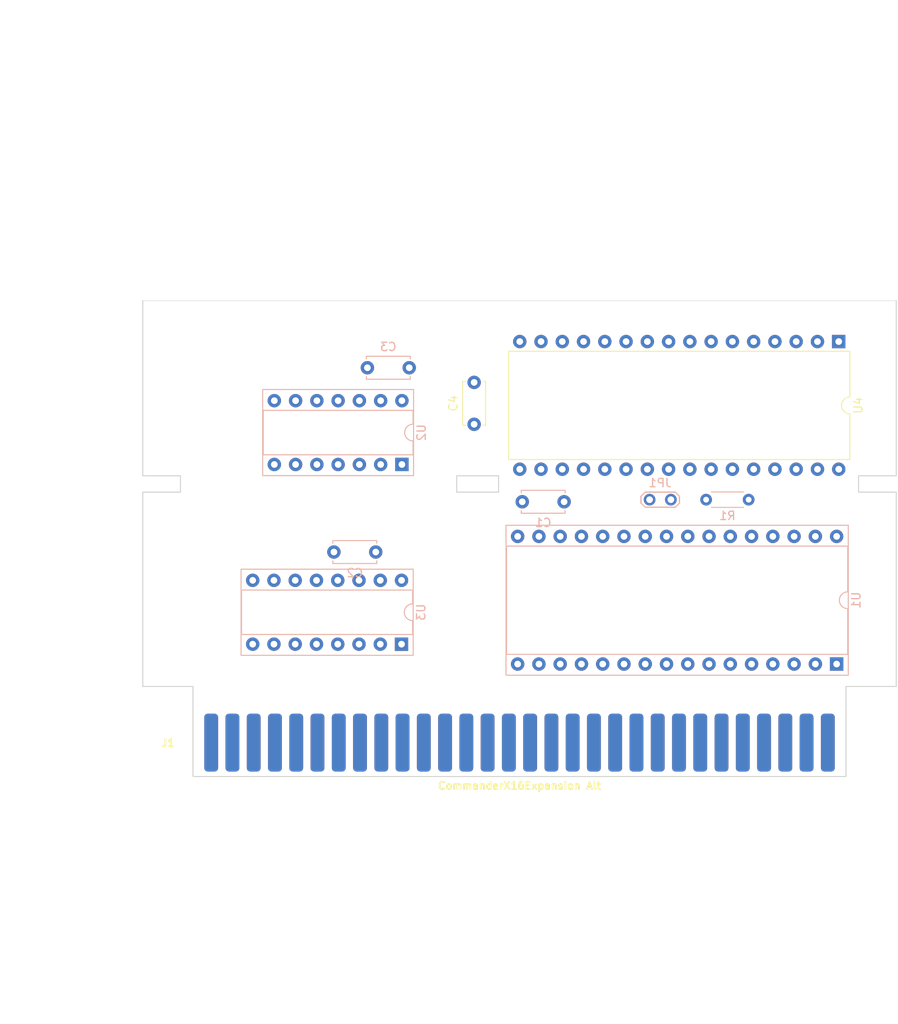
<source format=kicad_pcb>
(kicad_pcb (version 20240108) (generator "pcbnew") (generator_version "8.0")
  (layers (0 "F.Cu" signal) (31 "B.Cu" signal) (34 "B.Paste" user) (35 "F.Paste" user) (36 "B.SilkS" user "B.Silkscreen") (37 "F.SilkS" user "F.Silkscreen") (38 "B.Mask" user) (39 "F.Mask" user) (44 "Edge.Cuts" user))
  (net 0 "")
  (net 1 "Net-(J1-A10)")
  (net 2 "GND")
  (net 4 "Net-(J1--12V-Pad1)")
  (net 5 "Net-(J1-A8)")
  (net 6 "Net-(J1-ROMB6)")
  (net 7 "Net-(J1-D0)")
  (net 9 "+5V")
  (net 10 "Net-(J1-D6)")
  (net 11 "Net-(J1-A6)")
  (net 12 "Net-(J1-A11)")
  (net 13 "Net-(J1-A2)")
  (net 15 "Net-(J1-A1)")
  (net 18 "Net-(J1-D2)")
  (net 19 "Net-(J1-A15)")
  (net 22 "Net-(J1-A9)")
  (net 23 "Net-(J1-A14)")
  (net 25 "Net-(J1-D5)")
  (net 28 "Net-(J1-+12V-Pad2)")
  (net 29 "Net-(J1-ROMB7)")
  (net 30 "Net-(J1-D7)")
  (net 32 "Net-(J1-ROMB5)")
  (net 33 "Net-(J1-D3)")
  (net 36 "Net-(J1-A7)")
  (net 39 "Net-(J1-A4)")
  (net 40 "Net-(J1-D1)")
  (net 41 "Net-(J1-A13)")
  (net 42 "Net-(J1-A3)")
  (net 43 "Net-(J1-D4)")
  (net 44 "Net-(J1-A12)")
  (net 45 "Net-(J1-A0)")
  (net 46 "Net-(J1-A5)")
  (net 48 "Net-(JP1-B)")
  (net 49 "Net-(J1-PHI2)")
  (net 50 "Net-(J1-RWB)")
  (net 51 "Net-(U2-Pad3)")
  (net 52 "Net-(J1-ROMB4)")
  (net 53 "Net-(J1-ROMB0)")
  (net 54 "Net-(J1-ROMB3)")
  (net 55 "Net-(J1-ROMB1)")
  (net 56 "Net-(J1-ROMB2)")
  (net 57 "!MEMWE")
  (net 58 "!ROMBEN")
  (net 59 "!MEMOE")
  (net 60 "!ROMEN")
  (footprint "Capacitor_THT:C_Disc_D5.0mm_W2.5mm_P5.00mm" (layer "F.Cu") (at 87 92.75 90)
    (property "Reference" "C4" (at 2.5 -2.5 90) (layer "F.SilkS"))
    (property "Value" "C")
    (fp_line (start 5.12 -1.37) (end 5.12 -1.055) (stroke (width 0.12)) (layer "F.SilkS"))
    (fp_line (start -0.12 -1.37) (end 5.12 -1.37) (stroke (width 0.12)) (layer "F.SilkS"))
    (fp_line (start -0.12 -1.37) (end -0.12 -1.055) (stroke (width 0.12)) (layer "F.SilkS"))
    (fp_line (start 5.12 1.055) (end 5.12 1.37) (stroke (width 0.12)) (layer "F.SilkS"))
    (fp_line (start -0.12 1.055) (end -0.12 1.37) (stroke (width 0.12)) (layer "F.SilkS"))
    (fp_line (start -0.12 1.37) (end 5.12 1.37) (stroke (width 0.12)) (layer "F.SilkS"))
    (pad "1" thru_hole circle (at 0 0 90) (size 1.6 1.6) (drill 0.8) (layers "*.Cu" "*.Mask") (net 2 "GND"))
    (pad "2" thru_hole circle (at 5 0 90) (size 1.6 1.6) (drill 0.8) (layers "*.Cu" "*.Mask") (net 9 "+5V"))
  )
  (footprint "Package_DIP:DIP-32_W15.24mm" (layer "F.Cu") (at 130.55 82.875 -90)
    (property "Reference" "U4" (at 7.62 -2.33 90) (layer "F.SilkS"))
    (property "Value" "AS6C4008-55PCN")
    (fp_line (start 1.16 39.43) (end 14.08 39.43) (stroke (width 0.12)) (layer "F.SilkS"))
    (fp_line (start 14.08 39.43) (end 14.08 -1.33) (stroke (width 0.12)) (layer "F.SilkS"))
    (fp_line (start 1.16 -1.33) (end 1.16 39.43) (stroke (width 0.12)) (layer "F.SilkS"))
    (fp_line (start 6.62 -1.33) (end 1.16 -1.33) (stroke (width 0.12)) (layer "F.SilkS"))
    (fp_line (start 14.08 -1.33) (end 8.62 -1.33) (stroke (width 0.12)) (layer "F.SilkS"))
    (fp_arc (start 8.62 -1.33) (mid 7.62 -0.33) (end 6.62 -1.33) (stroke (width 0.12)) (layer "F.SilkS"))
    (pad "1" thru_hole rect (at 0 0 270) (size 1.6 1.6) (drill 0.8) (layers "*.Cu" "*.Mask"))
    (pad "2" thru_hole oval (at 0 2.54 270) (size 1.6 1.6) (drill 0.8) (layers "*.Cu" "*.Mask"))
    (pad "3" thru_hole oval (at 0 5.08 270) (size 1.6 1.6) (drill 0.8) (layers "*.Cu" "*.Mask"))
    (pad "4" thru_hole oval (at 0 7.62 270) (size 1.6 1.6) (drill 0.8) (layers "*.Cu" "*.Mask"))
    (pad "5" thru_hole oval (at 0 10.16 270) (size 1.6 1.6) (drill 0.8) (layers "*.Cu" "*.Mask"))
    (pad "6" thru_hole oval (at 0 12.7 270) (size 1.6 1.6) (drill 0.8) (layers "*.Cu" "*.Mask"))
    (pad "7" thru_hole oval (at 0 15.24 270) (size 1.6 1.6) (drill 0.8) (layers "*.Cu" "*.Mask"))
    (pad "8" thru_hole oval (at 0 17.78 270) (size 1.6 1.6) (drill 0.8) (layers "*.Cu" "*.Mask"))
    (pad "9" thru_hole oval (at 0 20.32 270) (size 1.6 1.6) (drill 0.8) (layers "*.Cu" "*.Mask"))
    (pad "10" thru_hole oval (at 0 22.86 270) (size 1.6 1.6) (drill 0.8) (layers "*.Cu" "*.Mask"))
    (pad "11" thru_hole oval (at 0 25.4 270) (size 1.6 1.6) (drill 0.8) (layers "*.Cu" "*.Mask"))
    (pad "12" thru_hole oval (at 0 27.94 270) (size 1.6 1.6) (drill 0.8) (layers "*.Cu" "*.Mask"))
    (pad "13" thru_hole oval (at 0 30.48 270) (size 1.6 1.6) (drill 0.8) (layers "*.Cu" "*.Mask"))
    (pad "14" thru_hole oval (at 0 33.02 270) (size 1.6 1.6) (drill 0.8) (layers "*.Cu" "*.Mask"))
    (pad "15" thru_hole oval (at 0 35.56 270) (size 1.6 1.6) (drill 0.8) (layers "*.Cu" "*.Mask"))
    (pad "16" thru_hole oval (at 0 38.1 270) (size 1.6 1.6) (drill 0.8) (layers "*.Cu" "*.Mask"))
    (pad "17" thru_hole oval (at 15.24 38.1 270) (size 1.6 1.6) (drill 0.8) (layers "*.Cu" "*.Mask"))
    (pad "18" thru_hole oval (at 15.24 35.56 270) (size 1.6 1.6) (drill 0.8) (layers "*.Cu" "*.Mask"))
    (pad "19" thru_hole oval (at 15.24 33.02 270) (size 1.6 1.6) (drill 0.8) (layers "*.Cu" "*.Mask"))
    (pad "20" thru_hole oval (at 15.24 30.48 270) (size 1.6 1.6) (drill 0.8) (layers "*.Cu" "*.Mask"))
    (pad "21" thru_hole oval (at 15.24 27.94 270) (size 1.6 1.6) (drill 0.8) (layers "*.Cu" "*.Mask"))
    (pad "22" thru_hole oval (at 15.24 25.4 270) (size 1.6 1.6) (drill 0.8) (layers "*.Cu" "*.Mask"))
    (pad "23" thru_hole oval (at 15.24 22.86 270) (size 1.6 1.6) (drill 0.8) (layers "*.Cu" "*.Mask"))
    (pad "24" thru_hole oval (at 15.24 20.32 270) (size 1.6 1.6) (drill 0.8) (layers "*.Cu" "*.Mask"))
    (pad "25" thru_hole oval (at 15.24 17.78 270) (size 1.6 1.6) (drill 0.8) (layers "*.Cu" "*.Mask"))
    (pad "26" thru_hole oval (at 15.24 15.24 270) (size 1.6 1.6) (drill 0.8) (layers "*.Cu" "*.Mask"))
    (pad "27" thru_hole oval (at 15.24 12.7 270) (size 1.6 1.6) (drill 0.8) (layers "*.Cu" "*.Mask"))
    (pad "28" thru_hole oval (at 15.24 10.16 270) (size 1.6 1.6) (drill 0.8) (layers "*.Cu" "*.Mask"))
    (pad "29" thru_hole oval (at 15.24 7.62 270) (size 1.6 1.6) (drill 0.8) (layers "*.Cu" "*.Mask"))
    (pad "30" thru_hole oval (at 15.24 5.08 270) (size 1.6 1.6) (drill 0.8) (layers "*.Cu" "*.Mask"))
    (pad "31" thru_hole oval (at 15.24 2.54 270) (size 1.6 1.6) (drill 0.8) (layers "*.Cu" "*.Mask"))
    (pad "32" thru_hole oval (at 15.24 0 270) (size 1.6 1.6) (drill 0.8) (layers "*.Cu" "*.Mask") (net 9 "+5V"))
  )
  (footprint "CommanderX16Expansion:CommanderX16Cartridge" (layer "F.Cu") (at 92.42 130.8)
    (property "Reference" "J1" (at -42 0 0) (layer "F.SilkS") (effects (font (size 0.889 0.889) (thickness 0.22225))))
    (property "Value" "CommanderX16Expansion Alt" (at 0 5.1 0) (layer "F.SilkS") (effects (font (size 0.889 0.889) (thickness 0.2) (bold yes))))
    (fp_line (start -45 -52.8) (end -45 -31.9) (stroke (width 0.12)) (layer "Edge.Cuts"))
    (fp_line (start -45 -31.9) (end -40.5 -31.9) (stroke (width 0.12)) (layer "Edge.Cuts"))
    (fp_line (start -45 -29.95) (end -40.5 -29.95) (stroke (width 0.12)) (layer "Edge.Cuts"))
    (fp_line (start -45 -6.75) (end -45 -29.95) (stroke (width 0.12)) (layer "Edge.Cuts"))
    (fp_line (start -40.5 -31.9) (end -40.5 -29.95) (stroke (width 0.12)) (layer "Edge.Cuts"))
    (fp_line (start -39 -6.75) (end -45 -6.75) (stroke (width 0.12)) (layer "Edge.Cuts"))
    (fp_line (start -39 -6.75) (end -39 4) (stroke (width 0.12)) (layer "Edge.Cuts"))
    (fp_line (start -39 4) (end 39 4) (stroke (width 0.12)) (layer "Edge.Cuts"))
    (fp_line (start -7.5 -31.9) (end -7.5 -29.95) (stroke (width 0.12)) (layer "Edge.Cuts"))
    (fp_line (start -7.5 -31.9) (end -2.5 -31.9) (stroke (width 0.12)) (layer "Edge.Cuts"))
    (fp_line (start -2.5 -31.9) (end -2.5 -29.95) (stroke (width 0.12)) (layer "Edge.Cuts"))
    (fp_line (start -2.5 -29.95) (end -7.5 -29.95) (stroke (width 0.12)) (layer "Edge.Cuts"))
    (fp_line (start 39 -6.75) (end 45 -6.75) (stroke (width 0.12)) (layer "Edge.Cuts"))
    (fp_line (start 39 4) (end 39 -6.75) (stroke (width 0.12)) (layer "Edge.Cuts"))
    (fp_line (start 40.5 -31.9) (end 40.5 -29.95) (stroke (width 0.12)) (layer "Edge.Cuts"))
    (fp_line (start 40.5 -31.9) (end 45 -31.9) (stroke (width 0.12)) (layer "Edge.Cuts"))
    (fp_line (start 40.5 -29.95) (end 45 -29.95) (stroke (width 0.12)) (layer "Edge.Cuts"))
    (fp_line (start 45 -52.8) (end 45 -31.9) (stroke (width 0.12)) (layer "Edge.Cuts"))
    (fp_line (start 45 -6.75) (end 45 -29.95) (stroke (width 0.12)) (layer "Edge.Cuts"))
    (pad "1" connect roundrect (at -36.83 -0.05) (size 1.651 6.9) (layers "F.Cu" "F.Mask") (net 4 "Net-(J1--12V-Pad1)"))
    (pad "2" connect roundrect (at -36.83 -0.05 180) (size 1.651 6.9) (layers "B.Cu" "B.Mask") (net 28 "Net-(J1-+12V-Pad2)"))
    (pad "3" connect roundrect (at -34.29 -0.05) (size 1.651 6.9) (layers "F.Cu" "F.Mask") (net 2 "GND"))
    (pad "4" connect roundrect (at -34.29 -0.05 180) (size 1.651 6.9) (layers "B.Cu" "B.Mask") (net 9 "+5V"))
    (pad "5" connect roundrect (at -31.75 -0.05) (size 1.651 6.9) (layers "F.Cu" "F.Mask"))
    (pad "6" connect roundrect (at -31.75 -0.05 180) (size 1.651 6.9) (layers "B.Cu" "B.Mask") (net 2 "GND"))
    (pad "7" connect roundrect (at -29.21 -0.05) (size 1.651 6.9) (layers "F.Cu" "F.Mask"))
    (pad "8" connect roundrect (at -29.21 -0.05 180) (size 1.651 6.9) (layers "B.Cu" "B.Mask") (net 29 "Net-(J1-ROMB7)"))
    (pad "9" connect roundrect (at -26.67 -0.05) (size 1.651 6.9) (layers "F.Cu" "F.Mask"))
    (pad "10" connect roundrect (at -26.67 -0.05 180) (size 1.651 6.9) (layers "B.Cu" "B.Mask") (net 53 "Net-(J1-ROMB0)"))
    (pad "11" connect roundrect (at -24.13 -0.05) (size 1.651 6.9) (layers "F.Cu" "F.Mask"))
    (pad "12" connect roundrect (at -24.13 -0.05 180) (size 1.651 6.9) (layers "B.Cu" "B.Mask") (net 55 "Net-(J1-ROMB1)"))
    (pad "13" connect roundrect (at -21.59 -0.05) (size 1.651 6.9) (layers "F.Cu" "F.Mask"))
    (pad "14" connect roundrect (at -21.59 -0.05 180) (size 1.651 6.9) (layers "B.Cu" "B.Mask") (net 6 "Net-(J1-ROMB6)"))
    (pad "15" connect roundrect (at -19.05 -0.05) (size 1.651 6.9) (layers "F.Cu" "F.Mask"))
    (pad "16" connect roundrect (at -19.05 -0.05 180) (size 1.651 6.9) (layers "B.Cu" "B.Mask") (net 56 "Net-(J1-ROMB2)"))
    (pad "17" connect roundrect (at -16.51 -0.05) (size 1.651 6.9) (layers "F.Cu" "F.Mask"))
    (pad "18" connect roundrect (at -16.51 -0.05 180) (size 1.651 6.9) (layers "B.Cu" "B.Mask") (net 32 "Net-(J1-ROMB5)"))
    (pad "19" connect roundrect (at -13.97 -0.05) (size 1.651 6.9) (layers "F.Cu" "F.Mask"))
    (pad "20" connect roundrect (at -13.97 -0.05 180) (size 1.651 6.9) (layers "B.Cu" "B.Mask") (net 54 "Net-(J1-ROMB3)"))
    (pad "21" connect roundrect (at -11.43 -0.05) (size 1.651 6.9) (layers "F.Cu" "F.Mask"))
    (pad "22" connect roundrect (at -11.43 -0.05 180) (size 1.651 6.9) (layers "B.Cu" "B.Mask") (net 52 "Net-(J1-ROMB4)"))
    (pad "23" connect roundrect (at -8.89 -0.05) (size 1.651 6.9) (layers "F.Cu" "F.Mask"))
    (pad "24" connect roundrect (at -8.89 -0.05 180) (size 1.651 6.9) (layers "B.Cu" "B.Mask") (net 49 "Net-(J1-PHI2)"))
    (pad "25" connect roundrect (at -6.35 -0.05) (size 1.651 6.9) (layers "F.Cu" "F.Mask"))
    (pad "26" connect roundrect (at -6.35 -0.05 180) (size 1.651 6.9) (layers "B.Cu" "B.Mask") (net 50 "Net-(J1-RWB)"))
    (pad "27" connect roundrect (at -3.81 -0.05) (size 1.651 6.9) (layers "F.Cu" "F.Mask"))
    (pad "28" connect roundrect (at -3.81 -0.05 180) (size 1.651 6.9) (layers "B.Cu" "B.Mask"))
    (pad "29" connect roundrect (at -1.27 -0.05) (size 1.651 6.9) (layers "F.Cu" "F.Mask"))
    (pad "30" connect roundrect (at -1.27 -0.05 180) (size 1.651 6.9) (layers "B.Cu" "B.Mask") (net 7 "Net-(J1-D0)"))
    (pad "31" connect roundrect (at 1.27 -0.05) (size 1.651 6.9) (layers "F.Cu" "F.Mask") (net 45 "Net-(J1-A0)"))
    (pad "32" connect roundrect (at 1.27 -0.05 180) (size 1.651 6.9) (layers "B.Cu" "B.Mask") (net 40 "Net-(J1-D1)"))
    (pad "33" connect roundrect (at 3.81 -0.05) (size 1.651 6.9) (layers "F.Cu" "F.Mask") (net 15 "Net-(J1-A1)"))
    (pad "34" connect roundrect (at 3.81 -0.05 180) (size 1.651 6.9) (layers "B.Cu" "B.Mask") (net 18 "Net-(J1-D2)"))
    (pad "35" connect roundrect (at 6.35 -0.05) (size 1.651 6.9) (layers "F.Cu" "F.Mask") (net 13 "Net-(J1-A2)"))
    (pad "36" connect roundrect (at 6.35 -0.05 180) (size 1.651 6.9) (layers "B.Cu" "B.Mask") (net 33 "Net-(J1-D3)"))
    (pad "37" connect roundrect (at 8.89 -0.05) (size 1.651 6.9) (layers "F.Cu" "F.Mask") (net 42 "Net-(J1-A3)"))
    (pad "38" connect roundrect (at 8.89 -0.05 180) (size 1.651 6.9) (layers "B.Cu" "B.Mask") (net 43 "Net-(J1-D4)"))
    (pad "39" connect roundrect (at 11.43 -0.05) (size 1.651 6.9) (layers "F.Cu" "F.Mask") (net 39 "Net-(J1-A4)"))
    (pad "40" connect roundrect (at 11.43 -0.05 180) (size 1.651 6.9) (layers "B.Cu" "B.Mask") (net 25 "Net-(J1-D5)"))
    (pad "41" connect roundrect (at 13.97 -0.05) (size 1.651 6.9) (layers "F.Cu" "F.Mask") (net 46 "Net-(J1-A5)"))
    (pad "42" connect roundrect (at 13.97 -0.05 180) (size 1.651 6.9) (layers "B.Cu" "B.Mask") (net 10 "Net-(J1-D6)"))
    (pad "43" connect roundrect (at 16.51 -0.05) (size 1.651 6.9) (layers "F.Cu" "F.Mask") (net 11 "Net-(J1-A6)"))
    (pad "44" connect roundrect (at 16.51 -0.05 180) (size 1.651 6.9) (layers "B.Cu" "B.Mask") (net 30 "Net-(J1-D7)"))
    (pad "45" connect roundrect (at 19.05 -0.05) (size 1.651 6.9) (layers "F.Cu" "F.Mask") (net 36 "Net-(J1-A7)"))
    (pad "46" connect roundrect (at 19.05 -0.05 180) (size 1.651 6.9) (layers "B.Cu" "B.Mask") (net 19 "Net-(J1-A15)"))
    (pad "47" connect roundrect (at 21.59 -0.05) (size 1.651 6.9) (layers "F.Cu" "F.Mask") (net 5 "Net-(J1-A8)"))
    (pad "48" connect roundrect (at 21.59 -0.05 180) (size 1.651 6.9) (layers "B.Cu" "B.Mask") (net 23 "Net-(J1-A14)"))
    (pad "49" connect roundrect (at 24.13 -0.05) (size 1.651 6.9) (layers "F.Cu" "F.Mask") (net 22 "Net-(J1-A9)"))
    (pad "50" connect roundrect (at 24.13 -0.05 180) (size 1.651 6.9) (layers "B.Cu" "B.Mask") (net 41 "Net-(J1-A13)"))
    (pad "51" connect roundrect (at 26.67 -0.05) (size 1.651 6.9) (layers "F.Cu" "F.Mask") (net 1 "Net-(J1-A10)"))
    (pad "52" connect roundrect (at 26.67 -0.05 180) (size 1.651 6.9) (layers "B.Cu" "B.Mask") (net 44 "Net-(J1-A12)"))
    (pad "53" connect roundrect (at 29.21 -0.05) (size 1.651 6.9) (layers "F.Cu" "F.Mask") (net 12 "Net-(J1-A11)"))
    (pad "54" connect roundrect (at 29.21 -0.05 180) (size 1.651 6.9) (layers "B.Cu" "B.Mask"))
    (pad "55" connect roundrect (at 31.75 -0.05) (size 1.651 6.9) (layers "F.Cu" "F.Mask") (net 2 "GND"))
    (pad "56" connect roundrect (at 31.75 -0.05 180) (size 1.651 6.9) (layers "B.Cu" "B.Mask"))
    (pad "57" connect roundrect (at 34.29 -0.05) (size 1.651 6.9) (layers "F.Cu" "F.Mask") (net 9 "+5V"))
    (pad "58" connect roundrect (at 34.29 -0.05 180) (size 1.651 6.9) (layers "B.Cu" "B.Mask") (net 2 "GND"))
    (pad "59" connect roundrect (at 36.83 -0.05) (size 1.651 6.9) (layers "F.Cu" "F.Mask") (net 28 "Net-(J1-+12V-Pad2)"))
    (pad "60" connect roundrect (at 36.83 -0.05 180) (size 1.651 6.9) (layers "B.Cu" "B.Mask") (net 4 "Net-(J1--12V-Pad1)"))
  )
  (footprint "Package_DIP:DIP-14_W7.62mm_Socket" (layer "B.Cu") (at 78.375 97.55 90)
    (property "Reference" "U2" (at 3.81 2.33 90) (layer "B.SilkS") (effects (justify mirror)))
    (property "Value" "74HCT00")
    (fp_line (start 8.95 -16.63) (end -1.33 -16.63) (stroke (width 0.12)) (layer "B.SilkS"))
    (fp_line (start -1.33 -16.63) (end -1.33 1.39) (stroke (width 0.12)) (layer "B.SilkS"))
    (fp_line (start 6.46 -16.57) (end 1.16 -16.57) (stroke (width 0.12)) (layer "B.SilkS"))
    (fp_line (start 1.16 -16.57) (end 1.16 1.33) (stroke (width 0.12)) (layer "B.SilkS"))
    (fp_line (start 6.46 1.33) (end 6.46 -16.57) (stroke (width 0.12)) (layer "B.SilkS"))
    (fp_line (start 4.81 1.33) (end 6.46 1.33) (stroke (width 0.12)) (layer "B.SilkS"))
    (fp_line (start 1.16 1.33) (end 2.81 1.33) (stroke (width 0.12)) (layer "B.SilkS"))
    (fp_line (start 8.95 1.39) (end 8.95 -16.63) (stroke (width 0.12)) (layer "B.SilkS"))
    (fp_line (start -1.33 1.39) (end 8.95 1.39) (stroke (width 0.12)) (layer "B.SilkS"))
    (fp_arc (start 2.81 1.33) (mid 3.81 0.33) (end 4.81 1.33) (stroke (width 0.12)) (layer "B.SilkS"))
    (pad "1" thru_hole rect (at 0 0 90) (size 1.6 1.6) (drill 0.8) (layers "*.Cu" "*.Mask") (net 50 "Net-(J1-RWB)"))
    (pad "2" thru_hole oval (at 0 -2.54 90) (size 1.6 1.6) (drill 0.8) (layers "*.Cu" "*.Mask") (net 50 "Net-(J1-RWB)"))
    (pad "3" thru_hole oval (at 0 -5.08 90) (size 1.6 1.6) (drill 0.8) (layers "*.Cu" "*.Mask") (net 51 "Net-(U2-Pad3)"))
    (pad "4" thru_hole oval (at 0 -7.62 90) (size 1.6 1.6) (drill 0.8) (layers "*.Cu" "*.Mask") (net 49 "Net-(J1-PHI2)"))
    (pad "5" thru_hole oval (at 0 -10.16 90) (size 1.6 1.6) (drill 0.8) (layers "*.Cu" "*.Mask") (net 51 "Net-(U2-Pad3)"))
    (pad "6" thru_hole oval (at 0 -12.7 90) (size 1.6 1.6) (drill 0.8) (layers "*.Cu" "*.Mask") (net 57 "!MEMWE"))
    (pad "7" thru_hole oval (at 0 -15.24 90) (size 1.6 1.6) (drill 0.8) (layers "*.Cu" "*.Mask") (net 2 "GND"))
    (pad "8" thru_hole oval (at 7.62 -15.24 90) (size 1.6 1.6) (drill 0.8) (layers "*.Cu" "*.Mask") (net 59 "!MEMOE"))
    (pad "9" thru_hole oval (at 7.62 -12.7 90) (size 1.6 1.6) (drill 0.8) (layers "*.Cu" "*.Mask") (net 49 "Net-(J1-PHI2)"))
    (pad "10" thru_hole oval (at 7.62 -10.16 90) (size 1.6 1.6) (drill 0.8) (layers "*.Cu" "*.Mask") (net 50 "Net-(J1-RWB)"))
    (pad "11" thru_hole oval (at 7.62 -7.62 90) (size 1.6 1.6) (drill 0.8) (layers "*.Cu" "*.Mask") (net 60 "!ROMEN"))
    (pad "12" thru_hole oval (at 7.62 -5.08 90) (size 1.6 1.6) (drill 0.8) (layers "*.Cu" "*.Mask") (net 19 "Net-(J1-A15)"))
    (pad "13" thru_hole oval (at 7.62 -2.54 90) (size 1.6 1.6) (drill 0.8) (layers "*.Cu" "*.Mask") (net 23 "Net-(J1-A14)"))
    (pad "14" thru_hole oval (at 7.62 0 90) (size 1.6 1.6) (drill 0.8) (layers "*.Cu" "*.Mask") (net 9 "+5V"))
  )
  (footprint "Package_DIP:DIP-32_W15.24mm_Socket" (layer "B.Cu") (at 130.3 121.375 90)
    (property "Reference" "U1" (at 7.62 2.33 90) (layer "B.SilkS") (effects (justify mirror)))
    (property "Value" "SST39SF040")
    (fp_line (start 16.57 -39.49) (end -1.33 -39.49) (stroke (width 0.12)) (layer "B.SilkS"))
    (fp_line (start -1.33 -39.49) (end -1.33 1.39) (stroke (width 0.12)) (layer "B.SilkS"))
    (fp_line (start 14.08 -39.43) (end 1.16 -39.43) (stroke (width 0.12)) (layer "B.SilkS"))
    (fp_line (start 1.16 -39.43) (end 1.16 1.33) (stroke (width 0.12)) (layer "B.SilkS"))
    (fp_line (start 14.08 1.33) (end 14.08 -39.43) (stroke (width 0.12)) (layer "B.SilkS"))
    (fp_line (start 8.62 1.33) (end 14.08 1.33) (stroke (width 0.12)) (layer "B.SilkS"))
    (fp_line (start 1.16 1.33) (end 6.62 1.33) (stroke (width 0.12)) (layer "B.SilkS"))
    (fp_line (start 16.57 1.39) (end 16.57 -39.49) (stroke (width 0.12)) (layer "B.SilkS"))
    (fp_line (start -1.33 1.39) (end 16.57 1.39) (stroke (width 0.12)) (layer "B.SilkS"))
    (fp_arc (start 6.62 1.33) (mid 7.62 0.33) (end 8.62 1.33) (stroke (width 0.12)) (layer "B.SilkS"))
    (pad "1" thru_hole rect (at 0 0 90) (size 1.6 1.6) (drill 0.8) (layers "*.Cu" "*.Mask") (net 52 "Net-(J1-ROMB4)"))
    (pad "2" thru_hole oval (at 0 -2.54 90) (size 1.6 1.6) (drill 0.8) (layers "*.Cu" "*.Mask") (net 56 "Net-(J1-ROMB2)"))
    (pad "3" thru_hole oval (at 0 -5.08 90) (size 1.6 1.6) (drill 0.8) (layers "*.Cu" "*.Mask") (net 55 "Net-(J1-ROMB1)"))
    (pad "4" thru_hole oval (at 0 -7.62 90) (size 1.6 1.6) (drill 0.8) (layers "*.Cu" "*.Mask") (net 44 "Net-(J1-A12)"))
    (pad "5" thru_hole oval (at 0 -10.16 90) (size 1.6 1.6) (drill 0.8) (layers "*.Cu" "*.Mask") (net 36 "Net-(J1-A7)"))
    (pad "6" thru_hole oval (at 0 -12.7 90) (size 1.6 1.6) (drill 0.8) (layers "*.Cu" "*.Mask") (net 11 "Net-(J1-A6)"))
    (pad "7" thru_hole oval (at 0 -15.24 90) (size 1.6 1.6) (drill 0.8) (layers "*.Cu" "*.Mask") (net 46 "Net-(J1-A5)"))
    (pad "8" thru_hole oval (at 0 -17.78 90) (size 1.6 1.6) (drill 0.8) (layers "*.Cu" "*.Mask") (net 39 "Net-(J1-A4)"))
    (pad "9" thru_hole oval (at 0 -20.32 90) (size 1.6 1.6) (drill 0.8) (layers "*.Cu" "*.Mask") (net 42 "Net-(J1-A3)"))
    (pad "10" thru_hole oval (at 0 -22.86 90) (size 1.6 1.6) (drill 0.8) (layers "*.Cu" "*.Mask") (net 13 "Net-(J1-A2)"))
    (pad "11" thru_hole oval (at 0 -25.4 90) (size 1.6 1.6) (drill 0.8) (layers "*.Cu" "*.Mask") (net 15 "Net-(J1-A1)"))
    (pad "12" thru_hole oval (at 0 -27.94 90) (size 1.6 1.6) (drill 0.8) (layers "*.Cu" "*.Mask") (net 45 "Net-(J1-A0)"))
    (pad "13" thru_hole oval (at 0 -30.48 90) (size 1.6 1.6) (drill 0.8) (layers "*.Cu" "*.Mask") (net 7 "Net-(J1-D0)"))
    (pad "14" thru_hole oval (at 0 -33.02 90) (size 1.6 1.6) (drill 0.8) (layers "*.Cu" "*.Mask") (net 40 "Net-(J1-D1)"))
    (pad "15" thru_hole oval (at 0 -35.56 90) (size 1.6 1.6) (drill 0.8) (layers "*.Cu" "*.Mask") (net 18 "Net-(J1-D2)"))
    (pad "16" thru_hole oval (at 0 -38.1 90) (size 1.6 1.6) (drill 0.8) (layers "*.Cu" "*.Mask") (net 2 "GND"))
    (pad "17" thru_hole oval (at 15.24 -38.1 90) (size 1.6 1.6) (drill 0.8) (layers "*.Cu" "*.Mask") (net 33 "Net-(J1-D3)"))
    (pad "18" thru_hole oval (at 15.24 -35.56 90) (size 1.6 1.6) (drill 0.8) (layers "*.Cu" "*.Mask") (net 43 "Net-(J1-D4)"))
    (pad "19" thru_hole oval (at 15.24 -33.02 90) (size 1.6 1.6) (drill 0.8) (layers "*.Cu" "*.Mask") (net 25 "Net-(J1-D5)"))
    (pad "20" thru_hole oval (at 15.24 -30.48 90) (size 1.6 1.6) (drill 0.8) (layers "*.Cu" "*.Mask") (net 10 "Net-(J1-D6)"))
    (pad "21" thru_hole oval (at 15.24 -27.94 90) (size 1.6 1.6) (drill 0.8) (layers "*.Cu" "*.Mask") (net 30 "Net-(J1-D7)"))
    (pad "22" thru_hole oval (at 15.24 -25.4 90) (size 1.6 1.6) (drill 0.8) (layers "*.Cu" "*.Mask") (net 58 "!ROMBEN"))
    (pad "23" thru_hole oval (at 15.24 -22.86 90) (size 1.6 1.6) (drill 0.8) (layers "*.Cu" "*.Mask") (net 1 "Net-(J1-A10)"))
    (pad "24" thru_hole oval (at 15.24 -20.32 90) (size 1.6 1.6) (drill 0.8) (layers "*.Cu" "*.Mask") (net 59 "!MEMOE"))
    (pad "25" thru_hole oval (at 15.24 -17.78 90) (size 1.6 1.6) (drill 0.8) (layers "*.Cu" "*.Mask") (net 12 "Net-(J1-A11)"))
    (pad "26" thru_hole oval (at 15.24 -15.24 90) (size 1.6 1.6) (drill 0.8) (layers "*.Cu" "*.Mask") (net 22 "Net-(J1-A9)"))
    (pad "27" thru_hole oval (at 15.24 -12.7 90) (size 1.6 1.6) (drill 0.8) (layers "*.Cu" "*.Mask") (net 5 "Net-(J1-A8)"))
    (pad "28" thru_hole oval (at 15.24 -10.16 90) (size 1.6 1.6) (drill 0.8) (layers "*.Cu" "*.Mask") (net 41 "Net-(J1-A13)"))
    (pad "29" thru_hole oval (at 15.24 -7.62 90) (size 1.6 1.6) (drill 0.8) (layers "*.Cu" "*.Mask") (net 53 "Net-(J1-ROMB0)"))
    (pad "30" thru_hole oval (at 15.24 -5.08 90) (size 1.6 1.6) (drill 0.8) (layers "*.Cu" "*.Mask") (net 54 "Net-(J1-ROMB3)"))
    (pad "31" thru_hole oval (at 15.24 -2.54 90) (size 1.6 1.6) (drill 0.8) (layers "*.Cu" "*.Mask") (net 48 "Net-(JP1-B)"))
    (pad "32" thru_hole oval (at 15.24 0 90) (size 1.6 1.6) (drill 0.8) (layers "*.Cu" "*.Mask") (net 9 "+5V"))
  )
  (footprint "Capacitor_THT:C_Disc_D5.0mm_W2.5mm_P5.00mm" (layer "B.Cu") (at 79.25 86 180)
    (property "Reference" "C3" (at 2.5 2.5 0) (layer "B.SilkS") (effects (justify mirror)))
    (property "Value" "C")
    (fp_line (start 5.12 1.37) (end -0.12 1.37) (stroke (width 0.12)) (layer "B.SilkS"))
    (fp_line (start 5.12 1.055) (end 5.12 1.37) (stroke (width 0.12)) (layer "B.SilkS"))
    (fp_line (start 5.12 -1.37) (end 5.12 -1.055) (stroke (width 0.12)) (layer "B.SilkS"))
    (fp_line (start 5.12 -1.37) (end -0.12 -1.37) (stroke (width 0.12)) (layer "B.SilkS"))
    (fp_line (start -0.12 1.055) (end -0.12 1.37) (stroke (width 0.12)) (layer "B.SilkS"))
    (fp_line (start -0.12 -1.37) (end -0.12 -1.055) (stroke (width 0.12)) (layer "B.SilkS"))
    (pad "1" thru_hole circle (at 0 0 180) (size 1.6 1.6) (drill 0.8) (layers "*.Cu" "*.Mask") (net 9 "+5V"))
    (pad "2" thru_hole circle (at 5 0 180) (size 1.6 1.6) (drill 0.8) (layers "*.Cu" "*.Mask") (net 2 "GND"))
  )
  (footprint "Capacitor_THT:C_Disc_D5.0mm_W2.5mm_P5.00mm" (layer "B.Cu") (at 92.75 102)
    (property "Reference" "C1" (at 2.5 2.5 360) (layer "B.SilkS") (effects (justify mirror)))
    (property "Value" "C")
    (fp_line (start -0.12 -1.37) (end -0.12 -1.055) (stroke (width 0.12)) (layer "B.SilkS"))
    (fp_line (start -0.12 1.055) (end -0.12 1.37) (stroke (width 0.12)) (layer "B.SilkS"))
    (fp_line (start 5.12 -1.37) (end -0.12 -1.37) (stroke (width 0.12)) (layer "B.SilkS"))
    (fp_line (start 5.12 -1.37) (end 5.12 -1.055) (stroke (width 0.12)) (layer "B.SilkS"))
    (fp_line (start 5.12 1.055) (end 5.12 1.37) (stroke (width 0.12)) (layer "B.SilkS"))
    (fp_line (start 5.12 1.37) (end -0.12 1.37) (stroke (width 0.12)) (layer "B.SilkS"))
    (pad "1" thru_hole circle (at 0 0) (size 1.6 1.6) (drill 0.8) (layers "*.Cu" "*.Mask") (net 2 "GND"))
    (pad "2" thru_hole circle (at 5 0) (size 1.6 1.6) (drill 0.8) (layers "*.Cu" "*.Mask") (net 9 "+5V"))
  )
  (footprint "TestPoint:TestPoint_2Pads_Pitch2.54mm_Drill0.8mm" (layer "B.Cu") (at 110.5 101.75 180)
    (property "Reference" "JP1" (at 1.3 2 0) (layer "B.SilkS") (effects (justify mirror)))
    (property "Value" "Jumper_2_Bridged")
    (fp_line (start 3.57 0.4) (end 3.07 0.9) (stroke (width 0.15)) (layer "B.SilkS"))
    (fp_line (start 3.57 -0.4) (end 3.57 0.4) (stroke (width 0.15)) (layer "B.SilkS"))
    (fp_line (start 3.07 0.9) (end -0.53 0.9) (stroke (width 0.15)) (layer "B.SilkS"))
    (fp_line (start 3.07 -0.9) (end 3.57 -0.4) (stroke (width 0.15)) (layer "B.SilkS"))
    (fp_line (start -0.53 0.9) (end -1.03 0.4) (stroke (width 0.15)) (layer "B.SilkS"))
    (fp_line (start -0.53 -0.9) (end 3.07 -0.9) (stroke (width 0.15)) (layer "B.SilkS"))
    (fp_line (start -1.03 0.4) (end -1.03 -0.4) (stroke (width 0.15)) (layer "B.SilkS"))
    (fp_line (start -1.03 -0.4) (end -0.53 -0.9) (stroke (width 0.15)) (layer "B.SilkS"))
    (pad "1" thru_hole circle (at 0 0 180) (size 1.4 1.4) (drill 0.8) (layers "*.Cu" "*.Mask") (net 57 "!MEMWE"))
    (pad "2" thru_hole circle (at 2.54 0 180) (size 1.4 1.4) (drill 0.8) (layers "*.Cu" "*.Mask") (net 48 "Net-(JP1-B)"))
  )
  (footprint "Resistor_THT:R_Axial_DIN0204_L3.6mm_D1.6mm_P5.08mm_Horizontal" (layer "B.Cu") (at 114.71 101.75)
    (property "Reference" "R1" (at 2.54 1.92 360) (layer "B.SilkS") (effects (justify mirror)))
    (property "Value" "R")
    (fp_line (start 4.46 -0.92) (end 0.62 -0.92) (stroke (width 0.12)) (layer "B.SilkS"))
    (fp_line (start 4.46 0.92) (end 0.62 0.92) (stroke (width 0.12)) (layer "B.SilkS"))
    (pad "1" thru_hole circle (at 0 0) (size 1.4 1.4) (drill 0.7) (layers "*.Cu" "*.Mask") (net 48 "Net-(JP1-B)"))
    (pad "2" thru_hole oval (at 5.08 0) (size 1.4 1.4) (drill 0.7) (layers "*.Cu" "*.Mask") (net 9 "+5V"))
  )
  (footprint "Package_DIP:DIP-16_W7.62mm_Socket" (layer "B.Cu") (at 78.33 119 90)
    (property "Reference" "U3" (at 3.81 2.33 90) (layer "B.SilkS") (effects (justify mirror)))
    (property "Value" "74HCT138")
    (fp_line (start 8.95 -19.17) (end -1.33 -19.17) (stroke (width 0.12)) (layer "B.SilkS"))
    (fp_line (start -1.33 -19.17) (end -1.33 1.39) (stroke (width 0.12)) (layer "B.SilkS"))
    (fp_line (start 6.46 -19.11) (end 1.16 -19.11) (stroke (width 0.12)) (layer "B.SilkS"))
    (fp_line (start 1.16 -19.11) (end 1.16 1.33) (stroke (width 0.12)) (layer "B.SilkS"))
    (fp_line (start 6.46 1.33) (end 6.46 -19.11) (stroke (width 0.12)) (layer "B.SilkS"))
    (fp_line (start 4.81 1.33) (end 6.46 1.33) (stroke (width 0.12)) (layer "B.SilkS"))
    (fp_line (start 1.16 1.33) (end 2.81 1.33) (stroke (width 0.12)) (layer "B.SilkS"))
    (fp_line (start 8.95 1.39) (end 8.95 -19.17) (stroke (width 0.12)) (layer "B.SilkS"))
    (fp_line (start -1.33 1.39) (end 8.95 1.39) (stroke (width 0.12)) (layer "B.SilkS"))
    (fp_arc (start 2.81 1.33) (mid 3.81 0.33) (end 4.81 1.33) (stroke (width 0.12)) (layer "B.SilkS"))
    (pad "1" thru_hole rect (at 0 0 90) (size 1.6 1.6) (drill 0.8) (layers "*.Cu" "*.Mask") (net 32 "Net-(J1-ROMB5)"))
    (pad "2" thru_hole oval (at 0 -2.54 90) (size 1.6 1.6) (drill 0.8) (layers "*.Cu" "*.Mask") (net 6 "Net-(J1-ROMB6)"))
    (pad "3" thru_hole oval (at 0 -5.08 90) (size 1.6 1.6) (drill 0.8) (layers "*.Cu" "*.Mask") (net 29 "Net-(J1-ROMB7)"))
    (pad "4" thru_hole oval (at 0 -7.62 90) (size 1.6 1.6) (drill 0.8) (layers "*.Cu" "*.Mask") (net 60 "!ROMEN"))
    (pad "5" thru_hole oval (at 0 -10.16 90) (size 1.6 1.6) (drill 0.8) (layers "*.Cu" "*.Mask") (net 60 "!ROMEN"))
    (pad "6" thru_hole oval (at 0 -12.7 90) (size 1.6 1.6) (drill 0.8) (layers "*.Cu" "*.Mask") (net 9 "+5V"))
    (pad "7" thru_hole oval (at 0 -15.24 90) (size 1.6 1.6) (drill 0.8) (layers "*.Cu" "*.Mask"))
    (pad "8" thru_hole oval (at 0 -17.78 90) (size 1.6 1.6) (drill 0.8) (layers "*.Cu" "*.Mask") (net 2 "GND"))
    (pad "9" thru_hole oval (at 7.62 -17.78 90) (size 1.6 1.6) (drill 0.8) (layers "*.Cu" "*.Mask"))
    (pad "10" thru_hole oval (at 7.62 -15.24 90) (size 1.6 1.6) (drill 0.8) (layers "*.Cu" "*.Mask"))
    (pad "11" thru_hole oval (at 7.62 -12.7 90) (size 1.6 1.6) (drill 0.8) (layers "*.Cu" "*.Mask"))
    (pad "12" thru_hole oval (at 7.62 -10.16 90) (size 1.6 1.6) (drill 0.8) (layers "*.Cu" "*.Mask"))
    (pad "13" thru_hole oval (at 7.62 -7.62 90) (size 1.6 1.6) (drill 0.8) (layers "*.Cu" "*.Mask"))
    (pad "14" thru_hole oval (at 7.62 -5.08 90) (size 1.6 1.6) (drill 0.8) (layers "*.Cu" "*.Mask"))
    (pad "15" thru_hole oval (at 7.62 -2.54 90) (size 1.6 1.6) (drill 0.8) (layers "*.Cu" "*.Mask") (net 58 "!ROMBEN"))
    (pad "16" thru_hole oval (at 7.62 0 90) (size 1.6 1.6) (drill 0.8) (layers "*.Cu" "*.Mask") (net 9 "+5V"))
  )
  (footprint "Capacitor_THT:C_Disc_D5.0mm_W2.5mm_P5.00mm" (layer "B.Cu") (at 70.25 108)
    (property "Reference" "C2" (at 2.5 2.5 0) (layer "B.SilkS") (effects (justify mirror)))
    (property "Value" "C")
    (fp_line (start -0.12 -1.37) (end -0.12 -1.055) (stroke (width 0.12)) (layer "B.SilkS"))
    (fp_line (start -0.12 1.055) (end -0.12 1.37) (stroke (width 0.12)) (layer "B.SilkS"))
    (fp_line (start 5.12 -1.37) (end -0.12 -1.37) (stroke (width 0.12)) (layer "B.SilkS"))
    (fp_line (start 5.12 -1.37) (end 5.12 -1.055) (stroke (width 0.12)) (layer "B.SilkS"))
    (fp_line (start 5.12 1.055) (end 5.12 1.37) (stroke (width 0.12)) (layer "B.SilkS"))
    (fp_line (start 5.12 1.37) (end -0.12 1.37) (stroke (width 0.12)) (layer "B.SilkS"))
    (pad "1" thru_hole circle (at 0 0) (size 1.6 1.6) (drill 0.8) (layers "*.Cu" "*.Mask") (net 2 "GND"))
    (pad "2" thru_hole circle (at 5 0) (size 1.6 1.6) (drill 0.8) (layers "*.Cu" "*.Mask") (net 9 "+5V"))
  )
  (gr_line (start 137.42 78) (end 47.42 78) (stroke (width 0.05)) (layer "Edge.Cuts"))
)
</source>
